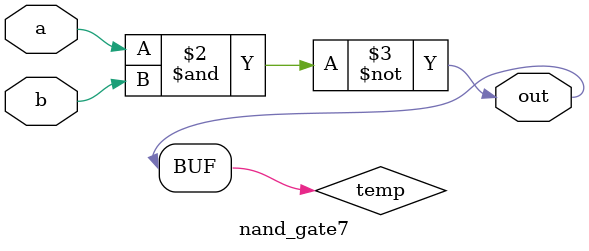
<source format=v>
module nand_gate7 (
  input a,
  input b,
  output out
);

    reg temp;
    always @(*) begin
        temp = ~(a & b); // NAND using built-in operator
    end

    assign out = temp;
endmodule

</source>
